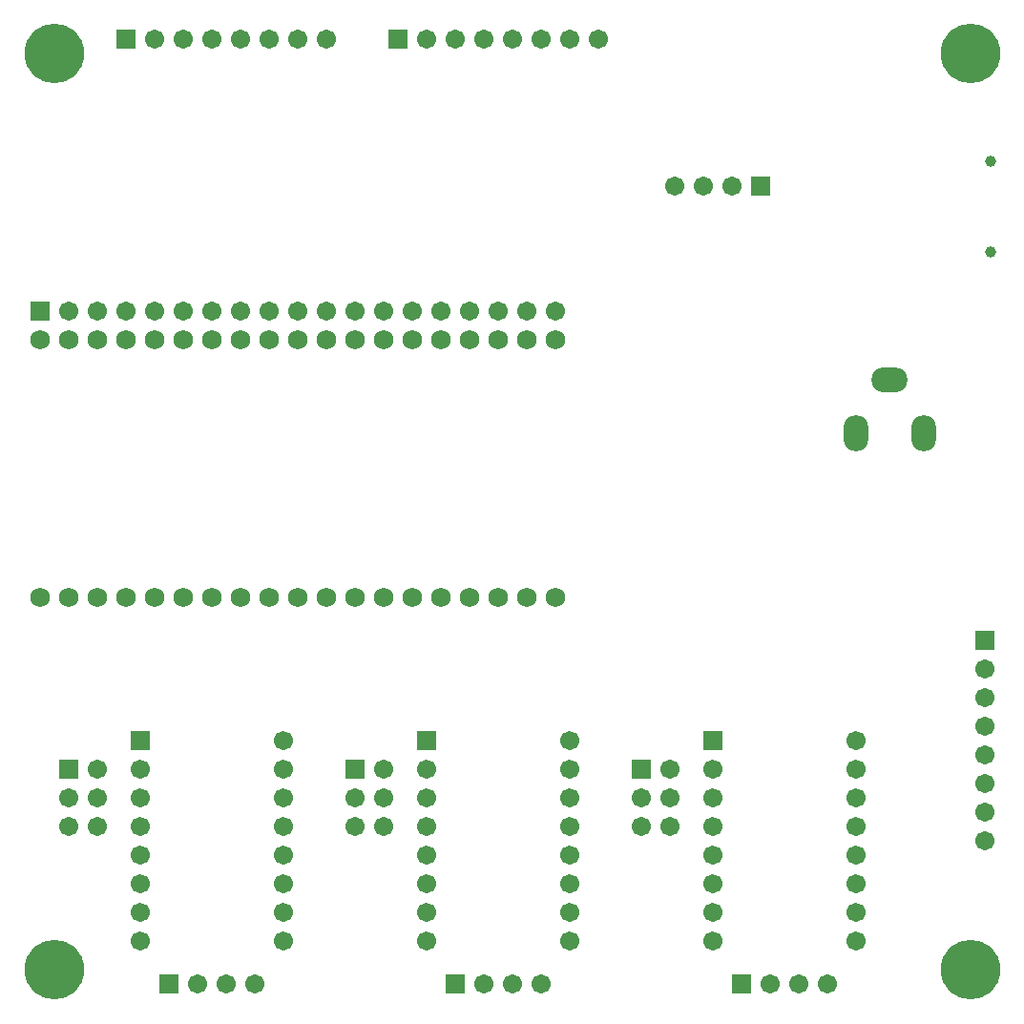
<source format=gbr>
G04 DipTrace 3.3.0.0*
G04 BottomMask.gbr*
%MOIN*%
G04 #@! TF.FileFunction,Soldermask,Bot*
G04 #@! TF.Part,Single*
%ADD51C,0.03937*%
%ADD64C,0.067*%
%ADD66R,0.067X0.067*%
%ADD68C,0.068*%
%ADD70C,0.208*%
%ADD82O,0.12611X0.08674*%
%ADD84O,0.08674X0.12611*%
%ADD86C,0.067055*%
%ADD88R,0.067055X0.067055*%
%FSLAX26Y26*%
G04*
G70*
G90*
G75*
G01*
G04 BotMask*
%LPD*%
D88*
X3012750Y3281500D3*
D86*
X2912750D3*
X2812750D3*
X2712750D3*
D88*
X1744000Y3794000D3*
D86*
X1844000D3*
X1944000D3*
X2044000D3*
X2144000D3*
X2244000D3*
X2344000D3*
X2444000D3*
D88*
X944000Y494000D3*
D86*
X1044000D3*
X1144000D3*
X1244000D3*
D88*
X494000Y2844000D3*
D86*
X594000D3*
X694000D3*
X794000D3*
X894000D3*
X994000D3*
X1094000D3*
X1194000D3*
X1294000D3*
X1394000D3*
X1494000D3*
X1594000D3*
X1694000D3*
X1794000D3*
X1894000D3*
X1994000D3*
X2094000D3*
X2194000D3*
X2294000D3*
D88*
X1944000Y494000D3*
D86*
X2044000D3*
X2144000D3*
X2244000D3*
D88*
X3794000Y1694000D3*
D86*
Y1594000D3*
Y1494000D3*
Y1394000D3*
Y1294000D3*
Y1194000D3*
Y1094000D3*
Y994000D3*
D88*
X2944000Y494000D3*
D86*
X3044000D3*
X3144000D3*
X3244000D3*
D88*
X794000Y3794000D3*
D86*
X894000D3*
X994000D3*
X1094000D3*
X1194000D3*
X1294000D3*
X1394000D3*
X1494000D3*
D84*
X3344000Y2419000D3*
X3580220D3*
D82*
X3462110Y2604039D3*
D51*
X3815102Y3052866D3*
Y3367827D3*
D88*
X594000Y1244000D3*
D86*
X694000D3*
X594000Y1144000D3*
X694000D3*
X594000Y1044000D3*
X694000D3*
D88*
X1594000Y1244000D3*
D86*
X1694000D3*
X1594000Y1144000D3*
X1694000D3*
X1594000Y1044000D3*
X1694000D3*
D88*
X2594000Y1244000D3*
D86*
X2694000D3*
X2594000Y1144000D3*
X2694000D3*
X2594000Y1044000D3*
X2694000D3*
D70*
X544000Y544000D3*
X3744000D3*
Y3744000D3*
X544000D3*
D68*
X494000Y2744000D3*
X594000D3*
X694000D3*
X794000D3*
X894000D3*
X994000D3*
X1094000D3*
X1194000D3*
X1294000D3*
X1394000D3*
X1494000D3*
X1594000D3*
X1694000D3*
X1794000D3*
X1894000D3*
X1994000D3*
X2094000D3*
X2194000D3*
X2294000D3*
X494000Y1844000D3*
X594000D3*
X694000D3*
X794000D3*
X894000D3*
X994000D3*
X1094000D3*
X1194000D3*
X1294000D3*
X1394000D3*
X1494000D3*
X1594000D3*
X1694000D3*
X1794000D3*
X1894000D3*
X1994000D3*
X2094000D3*
X2194000D3*
X2294000D3*
D66*
X844000Y1344000D3*
D64*
Y1244000D3*
Y1144000D3*
Y1044000D3*
Y944000D3*
Y844000D3*
Y744000D3*
Y644000D3*
X1344000D3*
Y744000D3*
Y844000D3*
Y944000D3*
Y1044000D3*
Y1144000D3*
Y1244000D3*
Y1344000D3*
D66*
X1844000D3*
D64*
Y1244000D3*
Y1144000D3*
Y1044000D3*
Y944000D3*
Y844000D3*
Y744000D3*
Y644000D3*
X2344000D3*
Y744000D3*
Y844000D3*
Y944000D3*
Y1044000D3*
Y1144000D3*
Y1244000D3*
Y1344000D3*
D66*
X2844000D3*
D64*
Y1244000D3*
Y1144000D3*
Y1044000D3*
Y944000D3*
Y844000D3*
Y744000D3*
Y644000D3*
X3344000D3*
Y744000D3*
Y844000D3*
Y944000D3*
Y1044000D3*
Y1144000D3*
Y1244000D3*
Y1344000D3*
M02*

</source>
